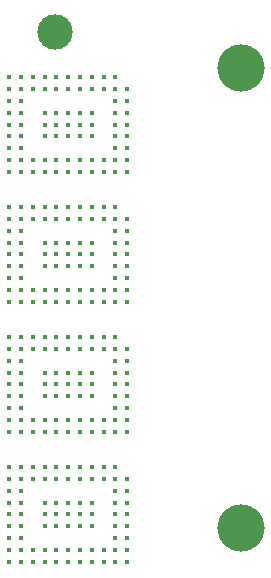
<source format=gbr>
G04*
G04 #@! TF.GenerationSoftware,Altium Limited,Altium Designer,24.9.1 (31)*
G04*
G04 Layer_Color=255*
%FSLAX44Y44*%
%MOMM*%
G71*
G04*
G04 #@! TF.SameCoordinates,3E31175B-2F74-4D0F-94E8-FEE4F86157FB*
G04*
G04*
G04 #@! TF.FilePolarity,Positive*
G04*
G01*
G75*
%ADD54C,4.0000*%
%ADD58C,0.4500*%
%ADD59C,3.0000*%
D54*
X215000Y439000D02*
D03*
Y50000D02*
D03*
D58*
X28300Y101300D02*
D03*
X18300Y321300D02*
D03*
X118300Y311300D02*
D03*
X108300Y301300D02*
D03*
X88300Y291300D02*
D03*
X78300D02*
D03*
X68300D02*
D03*
X58300D02*
D03*
X48300D02*
D03*
X88300Y281300D02*
D03*
X78300D02*
D03*
X68300D02*
D03*
X58300D02*
D03*
X48300D02*
D03*
X108300Y271300D02*
D03*
X88300D02*
D03*
X78300D02*
D03*
X68300D02*
D03*
X58300D02*
D03*
X48300D02*
D03*
X108300Y261300D02*
D03*
Y251300D02*
D03*
X98300D02*
D03*
X78300D02*
D03*
X118300Y241300D02*
D03*
X88300D02*
D03*
X78300D02*
D03*
X18300D02*
D03*
Y351300D02*
D03*
X78300D02*
D03*
X88300D02*
D03*
X118300D02*
D03*
X78300Y361300D02*
D03*
X98300D02*
D03*
X108300D02*
D03*
Y371300D02*
D03*
X48300Y381300D02*
D03*
X58300D02*
D03*
X68300D02*
D03*
X78300D02*
D03*
X88300D02*
D03*
X108300D02*
D03*
X48300Y391300D02*
D03*
X58300D02*
D03*
X68300D02*
D03*
X78300D02*
D03*
X88300D02*
D03*
X48300Y401300D02*
D03*
X58300D02*
D03*
X68300D02*
D03*
X78300D02*
D03*
X88300D02*
D03*
X108300Y411300D02*
D03*
X118300Y421300D02*
D03*
X18300Y431300D02*
D03*
Y21300D02*
D03*
X78300D02*
D03*
X88300D02*
D03*
X118300D02*
D03*
X78300Y31300D02*
D03*
X98300D02*
D03*
X108300D02*
D03*
Y41300D02*
D03*
X48300Y51300D02*
D03*
X58300D02*
D03*
X68300D02*
D03*
X78300D02*
D03*
X88300D02*
D03*
X108300D02*
D03*
X48300Y61300D02*
D03*
X58300D02*
D03*
X68300D02*
D03*
X78300D02*
D03*
X88300D02*
D03*
X48300Y71300D02*
D03*
X58300D02*
D03*
X68300D02*
D03*
X78300D02*
D03*
X88300D02*
D03*
X108300Y81300D02*
D03*
X118300Y91300D02*
D03*
X18300Y101300D02*
D03*
Y211300D02*
D03*
X118300Y201300D02*
D03*
X108300Y191300D02*
D03*
X88300Y181300D02*
D03*
X78300D02*
D03*
X68300D02*
D03*
X58300D02*
D03*
X48300D02*
D03*
X88300Y171300D02*
D03*
X78300D02*
D03*
X68300D02*
D03*
X58300D02*
D03*
X48300D02*
D03*
X108300Y161300D02*
D03*
X88300D02*
D03*
X78300D02*
D03*
X68300D02*
D03*
X58300D02*
D03*
X48300D02*
D03*
X108300Y151300D02*
D03*
Y141300D02*
D03*
X98300D02*
D03*
X78300D02*
D03*
X118300Y131300D02*
D03*
X88300D02*
D03*
X78300D02*
D03*
X18300D02*
D03*
X108300Y321300D02*
D03*
X98300Y311300D02*
D03*
X38300D02*
D03*
X18300D02*
D03*
X118300Y271300D02*
D03*
X58300Y251300D02*
D03*
X18300D02*
D03*
X28300Y241300D02*
D03*
Y351300D02*
D03*
X18300Y361300D02*
D03*
X58300D02*
D03*
X118300Y381300D02*
D03*
X18300Y421300D02*
D03*
X38300D02*
D03*
X98300D02*
D03*
X108300Y431300D02*
D03*
X28300Y21300D02*
D03*
X18300Y31300D02*
D03*
X58300D02*
D03*
X118300Y51300D02*
D03*
X18300Y91300D02*
D03*
X38300D02*
D03*
X98300D02*
D03*
X108300Y101300D02*
D03*
Y211300D02*
D03*
X98300Y201300D02*
D03*
X38300D02*
D03*
X18300D02*
D03*
X118300Y161300D02*
D03*
X58300Y141300D02*
D03*
X18300D02*
D03*
X28300Y131300D02*
D03*
X118300Y71300D02*
D03*
Y181300D02*
D03*
X108300Y311300D02*
D03*
X28300D02*
D03*
X118300Y251300D02*
D03*
X88300D02*
D03*
X48300D02*
D03*
X38300D02*
D03*
Y361300D02*
D03*
X48300D02*
D03*
X88300D02*
D03*
X118300D02*
D03*
X28300Y421300D02*
D03*
X108300D02*
D03*
X38300Y31300D02*
D03*
X48300D02*
D03*
X88300D02*
D03*
X118300D02*
D03*
X28300Y91300D02*
D03*
X108300D02*
D03*
Y201300D02*
D03*
X28300D02*
D03*
X118300Y141300D02*
D03*
X88300D02*
D03*
X48300D02*
D03*
X38300D02*
D03*
X118300Y291300D02*
D03*
Y401300D02*
D03*
X28300Y211300D02*
D03*
Y321300D02*
D03*
Y431300D02*
D03*
X98300D02*
D03*
X88300D02*
D03*
X78300D02*
D03*
X68300D02*
D03*
X58300D02*
D03*
X48300D02*
D03*
X38300D02*
D03*
X88300Y421300D02*
D03*
X78300D02*
D03*
X68300D02*
D03*
X58300D02*
D03*
X48300D02*
D03*
X118300Y411300D02*
D03*
X28300D02*
D03*
X18300D02*
D03*
X108300Y401300D02*
D03*
X28300D02*
D03*
X18300D02*
D03*
X118300Y391300D02*
D03*
X108300D02*
D03*
X28300D02*
D03*
X18300D02*
D03*
X28300Y381300D02*
D03*
X18300D02*
D03*
X118300Y371300D02*
D03*
X28300D02*
D03*
X18300D02*
D03*
X68300Y361300D02*
D03*
X28300D02*
D03*
X108300Y351300D02*
D03*
X98300D02*
D03*
X68300D02*
D03*
X58300D02*
D03*
X48300D02*
D03*
X38300D02*
D03*
X98300Y101300D02*
D03*
X88300D02*
D03*
X78300D02*
D03*
X68300D02*
D03*
X58300D02*
D03*
X48300D02*
D03*
X38300D02*
D03*
X88300Y91300D02*
D03*
X78300D02*
D03*
X68300D02*
D03*
X58300D02*
D03*
X48300D02*
D03*
X118300Y81300D02*
D03*
X28300D02*
D03*
X18300D02*
D03*
X108300Y71300D02*
D03*
X28300D02*
D03*
X18300D02*
D03*
X118300Y61300D02*
D03*
X108300D02*
D03*
X28300D02*
D03*
X18300D02*
D03*
X28300Y51300D02*
D03*
X18300D02*
D03*
X118300Y41300D02*
D03*
X28300D02*
D03*
X18300D02*
D03*
X68300Y31300D02*
D03*
X28300D02*
D03*
X108300Y21300D02*
D03*
X98300D02*
D03*
X68300D02*
D03*
X58300D02*
D03*
X48300D02*
D03*
X38300D02*
D03*
Y131300D02*
D03*
X48300D02*
D03*
X58300D02*
D03*
X68300D02*
D03*
X98300D02*
D03*
X108300D02*
D03*
X28300Y141300D02*
D03*
X68300D02*
D03*
X18300Y151300D02*
D03*
X28300D02*
D03*
X118300D02*
D03*
X18300Y161300D02*
D03*
X28300D02*
D03*
X18300Y171300D02*
D03*
X28300D02*
D03*
X108300D02*
D03*
X118300D02*
D03*
X18300Y181300D02*
D03*
X28300D02*
D03*
X108300D02*
D03*
X18300Y191300D02*
D03*
X28300D02*
D03*
X118300D02*
D03*
X48300Y201300D02*
D03*
X58300D02*
D03*
X68300D02*
D03*
X78300D02*
D03*
X88300D02*
D03*
X38300Y211300D02*
D03*
X48300D02*
D03*
X58300D02*
D03*
X68300D02*
D03*
X78300D02*
D03*
X88300D02*
D03*
X98300D02*
D03*
X38300Y241300D02*
D03*
X48300D02*
D03*
X58300D02*
D03*
X68300D02*
D03*
X98300D02*
D03*
X108300D02*
D03*
X28300Y251300D02*
D03*
X68300D02*
D03*
X18300Y261300D02*
D03*
X28300D02*
D03*
X118300D02*
D03*
X18300Y271300D02*
D03*
X28300D02*
D03*
X18300Y281300D02*
D03*
X28300D02*
D03*
X108300D02*
D03*
X118300D02*
D03*
X18300Y291300D02*
D03*
X28300D02*
D03*
X108300D02*
D03*
X18300Y301300D02*
D03*
X28300D02*
D03*
X118300D02*
D03*
X48300Y311300D02*
D03*
X58300D02*
D03*
X68300D02*
D03*
X78300D02*
D03*
X88300D02*
D03*
X38300Y321300D02*
D03*
X48300D02*
D03*
X58300D02*
D03*
X68300D02*
D03*
X78300D02*
D03*
X88300D02*
D03*
X98300D02*
D03*
D59*
X57000Y470000D02*
D03*
M02*

</source>
